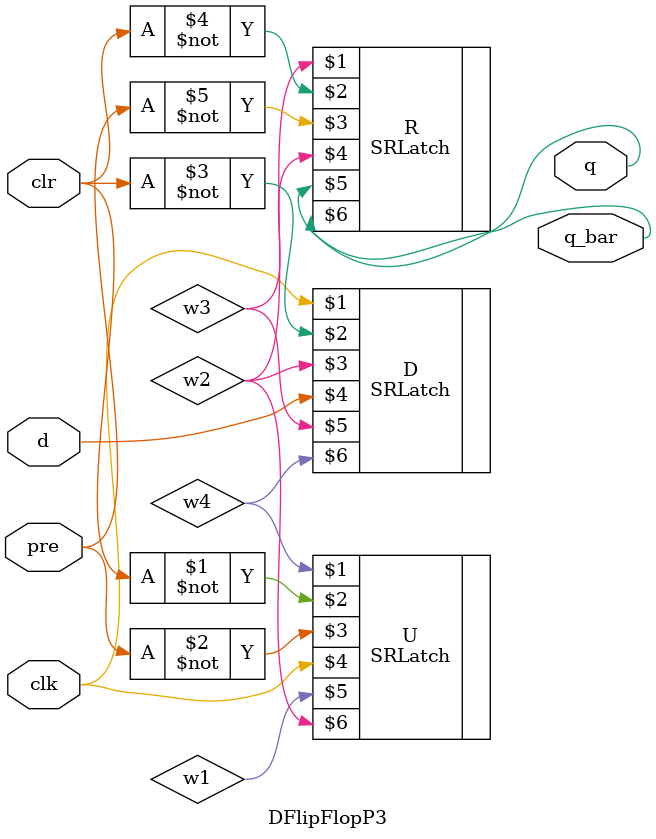
<source format=sv>
`timescale 1ns/1ns
module DFlipFlopP3(input d, clk, pre, clr, output q, q_bar);
	wire w1, w2, w3, w4;
	SRLatch U(w4, ~clr, ~pre, clk, w1, w2);
	SRLatch D(clk, ~clr, w2, d, w3, w4);
	SRLatch R(w2, ~clr, ~pre, w3, q, q_bar);
endmodule
</source>
